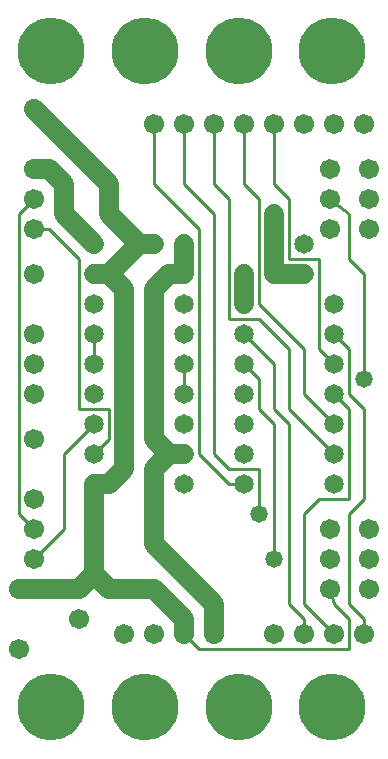
<source format=gtl>
%MOIN*%
%FSLAX25Y25*%
G04 D10 used for Character Trace; *
G04     Circle (OD=.01000) (No hole)*
G04 D11 used for Power Trace; *
G04     Circle (OD=.06500) (No hole)*
G04 D12 used for Signal Trace; *
G04     Circle (OD=.01100) (No hole)*
G04 D13 used for Via; *
G04     Circle (OD=.05800) (Round. Hole ID=.02800)*
G04 D14 used for Component hole; *
G04     Circle (OD=.06500) (Round. Hole ID=.03500)*
G04 D15 used for Component hole; *
G04     Circle (OD=.06700) (Round. Hole ID=.04300)*
G04 D16 used for Component hole; *
G04     Circle (OD=.08100) (Round. Hole ID=.05100)*
G04 D17 used for Component hole; *
G04     Circle (OD=.08900) (Round. Hole ID=.05900)*
G04 D18 used for Component hole; *
G04     Circle (OD=.11300) (Round. Hole ID=.08300)*
G04 D19 used for Component hole; *
G04     Circle (OD=.16000) (Round. Hole ID=.13000)*
G04 D20 used for Component hole; *
G04     Circle (OD=.18300) (Round. Hole ID=.15300)*
G04 D21 used for Component hole; *
G04     Circle (OD=.22291) (Round. Hole ID=.19291)*
%ADD10C,.01000*%
%ADD11C,.06500*%
%ADD12C,.01100*%
%ADD13C,.05800*%
%ADD14C,.06500*%
%ADD15C,.06700*%
%ADD16C,.08100*%
%ADD17C,.08900*%
%ADD18C,.11300*%
%ADD19C,.16000*%
%ADD20C,.18300*%
%ADD21C,.22291*%
%IPPOS*%
%LPD*%
G90*X0Y0D02*D21*X15625Y15625D03*D15*              
X5000Y35000D03*X40000Y40000D03*X25000Y45000D03*   
D21*X46875Y15625D03*D15*X50000Y40000D03*D11*      
X60000Y45000D02*X50000Y55000D01*X60000Y40000D02*  
Y45000D01*D15*Y40000D03*D12*X65000Y35000D01*      
X115000D01*Y45000D01*X110000Y50000D01*            
X108500Y55000D01*D15*D03*D12*X120000Y45000D02*    
X115000Y50000D01*X120000Y40000D02*Y45000D01*D15*  
Y40000D03*X110000D03*D12*X100000Y50000D01*        
Y80000D01*X105000Y85000D01*X115000D01*Y115000D01* 
X110000Y120000D01*D14*D03*D12*X120000Y115000D02*  
X115000Y120000D01*X120000Y85000D02*Y115000D01*    
X115000Y80000D02*X120000Y85000D01*                
X115000Y50000D02*Y80000D01*D15*X121500Y55000D03*  
Y65000D03*X108500D03*D12*X100000Y40000D02*        
Y45000D01*D15*Y40000D03*D12*Y45000D02*            
X95000Y50000D01*Y110000D01*X90000Y115000D01*      
Y130000D01*X80000Y140000D01*D14*D03*D12*          
X95000Y135000D02*X85000Y145000D01*                
X95000Y115000D02*Y135000D01*X110000Y100000D02*    
X95000Y115000D01*D14*X110000Y100000D03*Y110000D03*
D12*X100000Y120000D01*Y135000D01*X85000Y150000D01*
Y185000D01*X80000Y190000D01*Y210000D01*D15*D03*   
X90000D03*D12*Y190000D01*X95000Y185000D01*        
Y165000D01*X105000D01*Y135000D01*                 
X110000Y130000D01*D14*D03*D12*X115000Y120000D02*  
Y135000D01*D13*X120000Y125000D03*D12*Y160000D01*  
X115000Y165000D01*Y180000D01*X108500Y185000D01*   
D15*D03*X121500Y175000D03*Y195000D03*Y185000D03*  
X108500Y195000D03*Y175000D03*D14*                 
X100000Y170000D03*D13*X90000Y180000D03*D11*       
Y160000D01*X100000D01*D14*D03*X110000Y150000D03*  
D12*X75000Y145000D02*X85000D01*X75000D02*         
Y185000D01*X70000Y190000D01*Y210000D01*D15*D03*   
X60000D03*D12*Y190000D01*X70000Y180000D01*        
Y100000D01*X75000Y95000D01*X85000D01*Y80000D01*   
D13*D03*D12*X75000Y90000D02*X80000D01*D14*D03*D12*
X75000D02*X65000Y100000D01*Y175000D01*            
X50000Y190000D01*Y210000D01*D15*D03*D11*          
X35000Y180000D02*Y190000D01*X45000Y170000D02*     
X35000Y180000D01*Y160000D02*X45000Y170000D01*     
X40000Y155000D02*X35000Y160000D01*X40000Y95000D02*
Y155000D01*X35000Y90000D02*X40000Y95000D01*       
X30000Y90000D02*X35000D01*D14*X30000D03*D11*      
Y60000D01*X25000Y55000D01*X5000D01*D15*D03*       
X10000Y65000D03*D12*X20000Y75000D01*Y100000D01*   
X30000Y110000D01*D14*D03*D12*Y100000D02*          
X35000Y105000D01*D14*X30000Y100000D03*D12*        
X35000Y105000D02*Y115000D01*X25000D01*Y165000D01* 
X15000Y175000D01*X10000D01*D15*D03*D12*           
X5000Y80000D02*Y180000D01*X10000Y75000D02*        
X5000Y80000D01*D15*X10000Y75000D03*Y85000D03*D11* 
X35000Y55000D02*X30000Y60000D01*X35000Y55000D02*  
X50000D01*X70000Y50000D02*X50000Y70000D01*        
X70000Y40000D02*Y50000D01*D15*Y40000D03*X90000D03*
D13*Y65000D03*D12*Y110000D01*X85000Y115000D01*    
Y125000D01*X80000Y130000D01*D14*D03*Y120000D03*   
X60000Y150000D03*Y110000D03*Y140000D03*           
X80000Y150000D03*D11*Y160000D01*D14*D03*          
X60000Y170000D03*D11*Y160000D01*D14*D03*D11*      
X55000D01*X50000Y155000D01*Y105000D01*            
X55000Y100000D01*X50000Y95000D01*Y70000D01*D14*   
X60000Y90000D03*X80000Y100000D03*X60000D03*D11*   
X55000D01*D14*X60000Y120000D03*D12*Y130000D01*D14*
D03*X80000Y110000D03*X30000Y160000D03*D11*        
X35000D01*X45000Y170000D02*X50000D01*D14*D03*     
X30000Y150000D03*Y170000D03*D11*X20000Y180000D01* 
Y190000D01*X15000Y195000D01*X10000D01*D15*D03*    
Y185000D03*D12*X5000Y180000D01*D15*               
X10000Y160000D03*D11*X35000Y190000D02*            
X10000Y215000D01*D15*D03*D21*X15625Y234375D03*    
X46875D03*X78125D03*D15*X10000Y140000D03*D14*     
X30000D03*D12*Y130000D01*D14*D03*Y120000D03*D15*  
X10000Y130000D03*Y120000D03*Y105000D03*           
X110000Y210000D03*X100000D03*X108500Y75000D03*D14*
X110000Y90000D03*Y140000D03*D12*X115000Y135000D01*
D15*X121500Y75000D03*X120000Y210000D03*D21*       
X109375Y234375D03*X78125Y15625D03*X109375D03*M02* 

</source>
